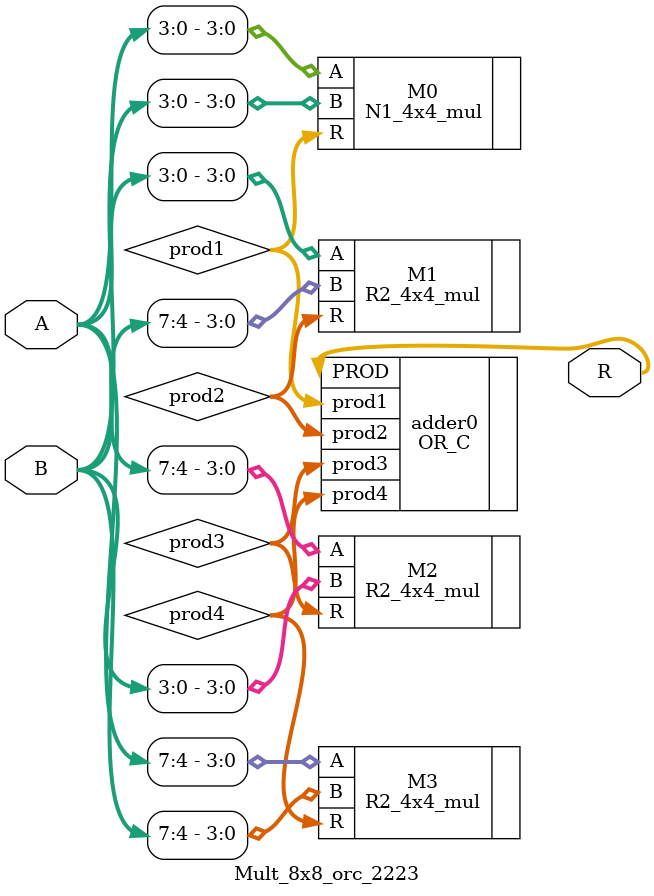
<source format=v>
module Mult_8x8_orc_2223(
input [7:0] A,
input [7:0] B,
output [15:0]R
);
wire [7:0]prod1;
wire [7:0]prod2;
wire [7:0]prod3;
wire [7:0]prod4;

N1_4x4_mul M0(.A(A[3:0]),.B(B[3:0]),.R(prod1));
R2_4x4_mul M1(.A(A[3:0]),.B(B[7:4]),.R(prod2));
R2_4x4_mul M2(.A(A[7:4]),.B(B[3:0]),.R(prod3));
R2_4x4_mul M3(.A(A[7:4]),.B(B[7:4]),.R(prod4));
OR_C adder0(.prod1(prod1),.prod2(prod2),.prod3(prod3),.prod4(prod4),.PROD(R));
endmodule

</source>
